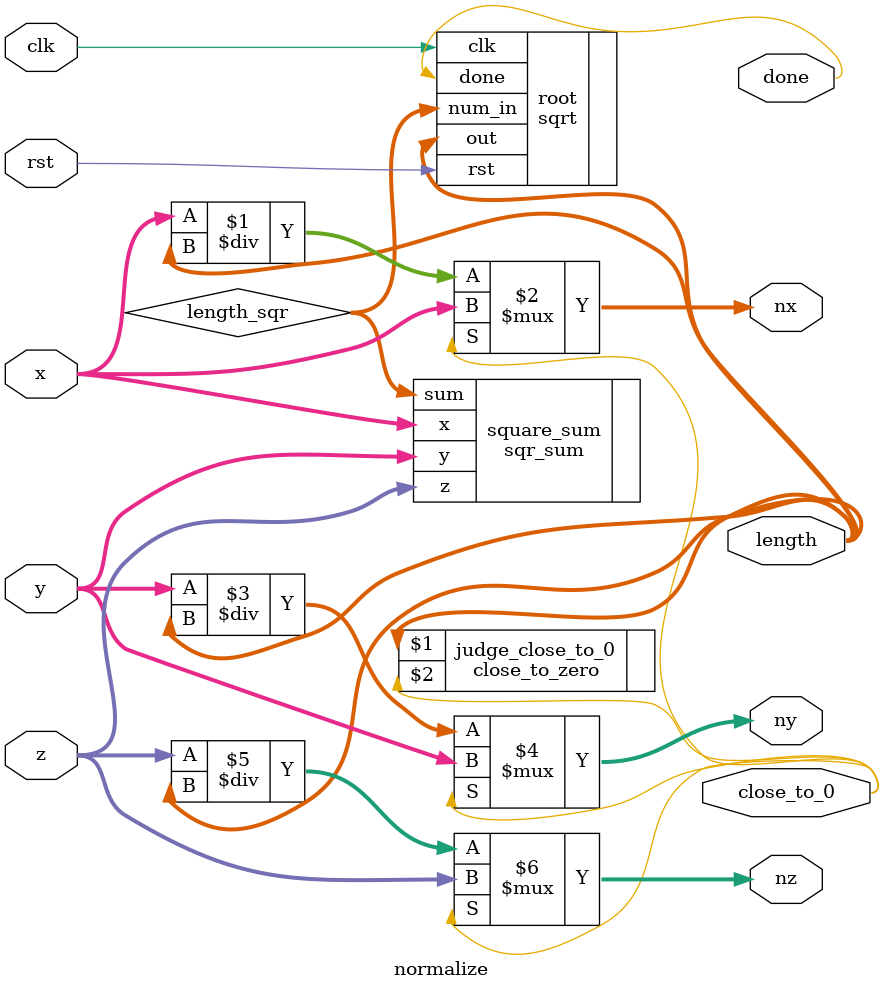
<source format=v>
module normalize
    #(parameter WIDTH = 32, FRAC_WIDTH = 30)
    (
        input clk,
        input rst,
        input signed [WIDTH-1:0] x,
        input signed [WIDTH-1:0] y,
        input signed [WIDTH-1:0] z,
        output done,
        output signed [WIDTH-1:0] length,
        output signed [WIDTH-1:0] nx,
        output signed [WIDTH-1:0] ny,
        output signed [WIDTH-1:0] nz,
        output close_to_0
    );
    
    wire [WIDTH - 1:0] length_sqr;

    sqr_sum #(WIDTH, FRAC_WIDTH) square_sum(.x(x), .y(y), .z(z), .sum(length_sqr));

    sqrt #(WIDTH, FRAC_WIDTH) root(.clk(clk), 
                                    .rst(rst), 
                                    .num_in(length_sqr), 
                                    .done(done), 
                                    .out(length));

    close_to_zero #(WIDTH) judge_close_to_0 (length, close_to_0);

    assign nx = close_to_0? x : x / length;
    assign ny = close_to_0? y : y / length;
    assign nz = close_to_0? z : z / length;

endmodule

</source>
